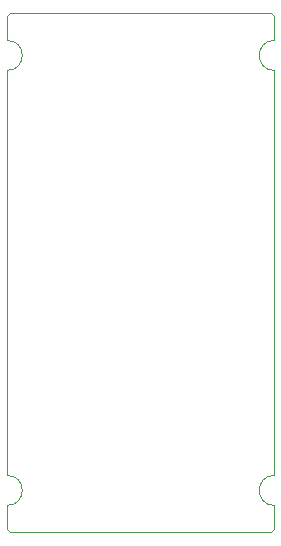
<source format=gbr>
%TF.GenerationSoftware,KiCad,Pcbnew,(5.1.2)-2*%
%TF.CreationDate,2020-08-26T23:28:28+08:00*%
%TF.ProjectId,wing-receiver-lite-rev2,77696e67-2d72-4656-9365-697665722d6c,rev?*%
%TF.SameCoordinates,Original*%
%TF.FileFunction,Profile,NP*%
%FSLAX46Y46*%
G04 Gerber Fmt 4.6, Leading zero omitted, Abs format (unit mm)*
G04 Created by KiCad (PCBNEW (5.1.2)-2) date 2020-08-26 23:28:28*
%MOMM*%
%LPD*%
G04 APERTURE LIST*
%ADD10C,0.100000*%
G04 APERTURE END LIST*
D10*
X91186000Y-95250000D02*
X91186000Y-93218000D01*
X91186000Y-134620000D02*
X91186000Y-136652000D01*
X91186000Y-97790000D02*
X91186000Y-132080000D01*
X68580000Y-134620000D02*
X68580000Y-136652000D01*
X68580000Y-93218000D02*
X68580000Y-95250000D01*
X91186000Y-134620000D02*
G75*
G02X91186000Y-132080000I0J1270000D01*
G01*
X91186000Y-97790000D02*
G75*
G02X91186000Y-95250000I0J1270000D01*
G01*
X68580000Y-95250000D02*
G75*
G02X68580000Y-97790000I0J-1270000D01*
G01*
X68580000Y-132080000D02*
G75*
G02X68580000Y-134620000I0J-1270000D01*
G01*
X68834000Y-92964000D02*
X68580000Y-93218000D01*
X90932000Y-92964000D02*
X91186000Y-93218000D01*
X90932000Y-136906000D02*
X91186000Y-136652000D01*
X68580000Y-136652000D02*
X68834000Y-136906000D01*
X68580000Y-132080000D02*
X68580000Y-97790000D01*
X90932000Y-136906000D02*
X68834000Y-136906000D01*
X68834000Y-92964000D02*
X90932000Y-92964000D01*
M02*

</source>
